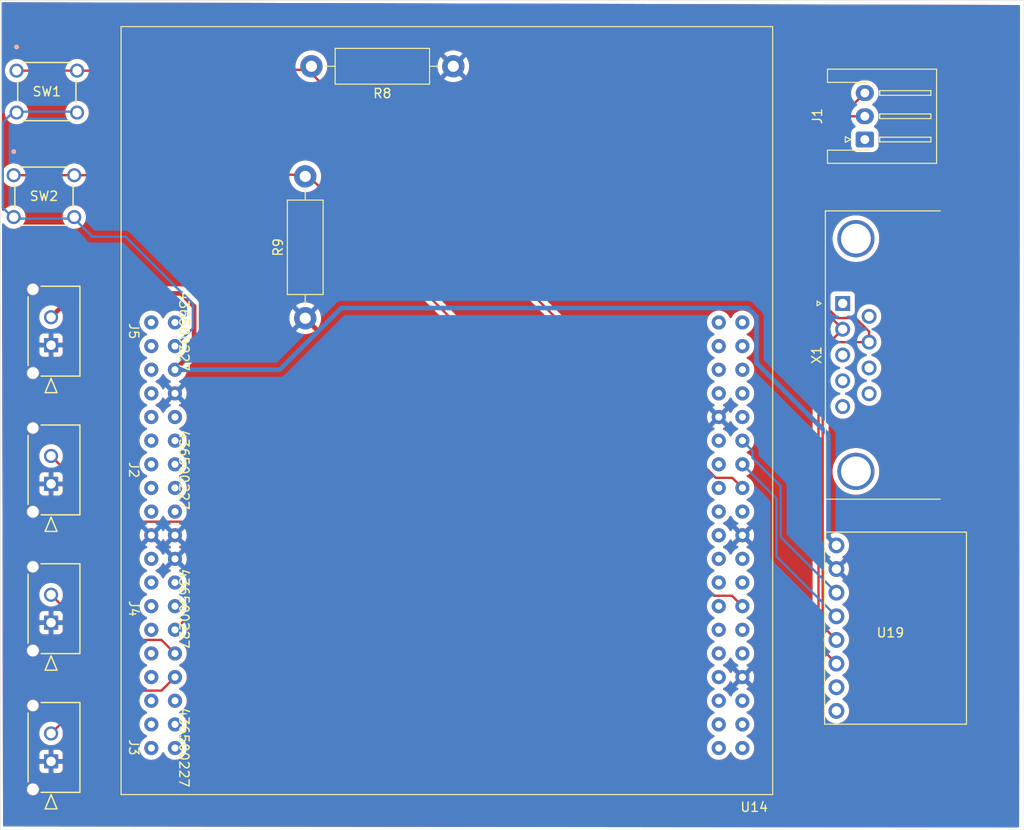
<source format=kicad_pcb>
(kicad_pcb (version 20240108) (generator "pcbnew") (generator_version "8.0")
  (layers (0 "F.Cu" signal) (31 "B.Cu" signal) (34 "B.Paste" user) (35 "F.Paste" user) (36 "B.SilkS" user "B.Silkscreen") (37 "F.SilkS" user "F.Silkscreen") (38 "B.Mask" user) (39 "F.Mask" user) (44 "Edge.Cuts" user))
  (net 0 "")
  (net 1 "GND")
  (net 2 "/ADC1_In0")
  (net 3 "/ADC1_In4")
  (net 4 "/ADC1_In1")
  (net 7 "/CAN1_TX")
  (net 15 "+3.3V")
  (net 22 "/CAN1_RX")
  (net 51 "/GPIO_Input1")
  (net 52 "/GPIO_Input2")
  (net 57 "/CAN/CAN_L")
  (net 59 "/CAN/CAN_H")
  (net 61 "+5V")
  (footprint "Connector_JST:JST_XH_S3B-XH-A-1_1x03_P2.50mm_Horizontal" (layer "F.Cu") (at 129.33 72.75 90)
    (property "Reference" "J1" (at 2.5 -5.1 -90) (layer "F.SilkS"))
    (property "Value" "Connector_JST_01x03")
    (fp_line (start 7.56 -4.01) (end 6.14 -4.01) (stroke (width 0.12)) (layer "F.SilkS"))
    (fp_line (start 6.14 -4.01) (end 6.14 0.49) (stroke (width 0.12)) (layer "F.SilkS"))
    (fp_line (start -1.14 -4.01) (end -1.14 0.49) (stroke (width 0.12)) (layer "F.SilkS"))
    (fp_line (start -2.56 -4.01) (end -1.14 -4.01) (stroke (width 0.12)) (layer "F.SilkS"))
    (fp_line (start 0.3 -2.1) (end 0 -1.5) (stroke (width 0.12)) (layer "F.SilkS"))
    (fp_line (start -0.3 -2.1) (end 0.3 -2.1) (stroke (width 0.12)) (layer "F.SilkS"))
    (fp_line (start 0 -1.5) (end -0.3 -2.1) (stroke (width 0.12)) (layer "F.SilkS"))
    (fp_line (start 5.25 1.6) (end 4.75 1.6) (stroke (width 0.12)) (layer "F.SilkS"))
    (fp_line (start 4.75 1.6) (end 4.75 7.1) (stroke (width 0.12)) (layer "F.SilkS"))
    (fp_line (start 2.75 1.6) (end 2.25 1.6) (stroke (width 0.12)) (layer "F.SilkS"))
    (fp_line (start 2.25 1.6) (end 2.25 7.1) (stroke (width 0.12)) (layer "F.SilkS"))
    (fp_line (start 0.25 1.6) (end -0.25 1.6) (stroke (width 0.12)) (layer "F.SilkS"))
    (fp_line (start -0.25 1.6) (end -0.25 7.1) (stroke (width 0.12)) (layer "F.SilkS"))
    (fp_line (start 5.25 7.1) (end 5.25 1.6) (stroke (width 0.12)) (layer "F.SilkS"))
    (fp_line (start 4.75 7.1) (end 5.25 7.1) (stroke (width 0.12)) (layer "F.SilkS"))
    (fp_line (start 2.75 7.1) (end 2.75 1.6) (stroke (width 0.12)) (layer "F.SilkS"))
    (fp_line (start 2.25 7.1) (end 2.75 7.1) (stroke (width 0.12)) (layer "F.SilkS"))
    (fp_line (start 0.25 7.1) (end 0.25 1.6) (stroke (width 0.12)) (layer "F.SilkS"))
    (fp_line (start -0.25 7.1) (end 0.25 7.1) (stroke (width 0.12)) (layer "F.SilkS"))
    (fp_line (start 7.56 7.71) (end 7.56 -4.01) (stroke (width 0.12)) (layer "F.SilkS"))
    (fp_line (start 2.5 7.71) (end 7.56 7.71) (stroke (width 0.12)) (layer "F.SilkS"))
    (fp_line (start 2.5 7.71) (end -2.56 7.71) (stroke (width 0.12)) (layer "F.SilkS"))
    (fp_line (start -2.56 7.71) (end -2.56 -4.01) (stroke (width 0.12)) (layer "F.SilkS"))
    (pad "1" thru_hole roundrect (at 0 0 90) (size 1.7 1.95) (drill 0.95) (layers "*.Cu" "*.Mask") (roundrect_rratio 0.1470588235))
    (pad "2" thru_hole oval (at 2.5 0 90) (size 1.7 1.95) (drill 0.95) (layers "*.Cu" "*.Mask") (net 59 "/CAN/CAN_H"))
    (pad "3" thru_hole oval (at 5 0 90) (size 1.7 1.95) (drill 0.95) (layers "*.Cu" "*.Mask") (net 57 "/CAN/CAN_L"))
  )
  (footprint "footprints:SW_B3F-1000_OMR" (layer "F.Cu") (at 37.897999 76.5829)
    (property "Reference" "SW2" (at 3.250001 2.250001 0) (layer "F.SilkS"))
    (property "Value" "SW_MEC_5E")
    (fp_circle (center 0 -2.54) (end 0.127 -2.54) (stroke (width 0.254)) (fill none) (layer "B.SilkS"))
    (fp_line (start 0.122999 1.079756) (end 0.122999 3.420245) (stroke (width 0.1524)) (layer "F.SilkS"))
    (fp_line (start 0.641772 5.377002) (end 5.85823 5.377002) (stroke (width 0.1524)) (layer "F.SilkS"))
    (fp_line (start 5.85823 -0.877001) (end 0.641772 -0.877001) (stroke (width 0.1524)) (layer "F.SilkS"))
    (fp_line (start 6.377003 3.420245) (end 6.377003 1.079756) (stroke (width 0.1524)) (layer "F.SilkS"))
    (fp_circle (center 0 -2.54) (end 0.127 -2.54) (stroke (width 0.254)) (fill none) (layer "F.SilkS"))
    (pad "1" thru_hole circle (at 0 0) (size 1.507998 1.507998) (drill 0.999998) (layers "*.Cu" "*.Mask") (net 52 "/GPIO_Input2"))
    (pad "2" thru_hole circle (at 6.500002 0) (size 1.507998 1.507998) (drill 0.999998) (layers "*.Cu" "*.Mask") (net 52 "/GPIO_Input2"))
    (pad "3" thru_hole circle (at 0 4.500001) (size 1.507998 1.507998) (drill 0.999998) (layers "*.Cu" "*.Mask") (net 15 "+3.3V"))
    (pad "4" thru_hole circle (at 6.500002 4.500001) (size 1.507998 1.507998) (drill 0.999998) (layers "*.Cu" "*.Mask") (net 15 "+3.3V"))
  )
  (footprint "2. Connector_Molex:CON_436500227_MOL" (layer "F.Cu") (at 41.91 94.838648 -90)
    (property "Reference" "J5" (at -1.5 -8.89 -90) (layer "F.SilkS"))
    (property "Value" "Conn_01x02_Pin")
    (fp_line (start -5.195523 2.47) (end 2.195539 2.47) (stroke (width 0.1524)) (layer "F.SilkS"))
    (fp_line (start 3.324992 1.064659) (end 3.324992 -3.099999) (stroke (width 0.1524)) (layer "F.SilkS"))
    (fp_line (start 5.102992 0.635) (end 3.578992 0) (stroke (width 0.1524)) (layer "F.SilkS"))
    (fp_line (start 3.578992 0) (end 5.102992 -0.635) (stroke (width 0.1524)) (layer "F.SilkS"))
    (fp_line (start 5.102992 -0.635) (end 5.102992 0.635) (stroke (width 0.1524)) (layer "F.SilkS"))
    (fp_line (start -6.324989 -3.099999) (end -6.324989 1.064663) (stroke (width 0.1524)) (layer "F.SilkS"))
    (fp_line (start 3.324992 -3.099999) (end -6.324989 -3.099999) (stroke (width 0.1524)) (layer "F.SilkS"))
    (fp_circle (center -6 1.95) (end -5.45 1.7) (stroke (width 0.05)) (fill none) (layer "Edge.Cuts"))
    (fp_circle (center 3 1.95) (end 3.55 1.65) (stroke (width 0.05)) (fill none) (layer "Edge.Cuts"))
    (fp_text user "436500227" (at -1.5 -14.285001 -90) (layer "F.SilkS"))
    (pad "1" thru_hole rect (at 0 0 270) (size 1.52 1.52) (drill 1.02) (layers "*.Cu" "*.Mask") (net 1 "GND"))
    (pad "2" thru_hole circle (at -2.999999 0 270) (size 1.52 1.52) (drill 1.02) (layers "*.Cu" "*.Mask") (net 61 "+5V"))
  )
  (footprint "Connector_Dsub:DSUB-9_Female_Horizontal_P2.77x2.84mm_EdgePinOffset7.70mm_Housed_MountingHolesOffset9.12mm" (layer "F.Cu") (at 126.954669 90.359669 90)
    (property "Reference" "X1" (at -5.54 -2.8 -90) (layer "F.SilkS"))
    (property "Value" "DSUB9")
    (fp_line (start 0.25 -2.754338) (end 0 -2.321325) (stroke (width 0.12)) (layer "F.SilkS"))
    (fp_line (start -0.25 -2.754338) (end 0.25 -2.754338) (stroke (width 0.12)) (layer "F.SilkS"))
    (fp_line (start 0 -2.321325) (end -0.25 -2.754338) (stroke (width 0.12)) (layer "F.SilkS"))
    (fp_line (start 9.945 -1.86) (end 9.945 10.48) (stroke (width 0.12)) (layer "F.SilkS"))
    (fp_line (start -21.025 -1.86) (end 9.945 -1.86) (stroke (width 0.12)) (layer "F.SilkS"))
    (fp_line (start -21.025 10.48) (end -21.025 -1.86) (stroke (width 0.12)) (layer "F.SilkS"))
    (pad "0" thru_hole circle (at -18.04 1.42 90) (size 4 4) (drill 3.2) (layers "*.Cu" "*.Mask"))
    (pad "0" thru_hole circle (at 6.96 1.42 90) (size 4 4) (drill 3.2) (layers "*.Cu" "*.Mask"))
    (pad "1" thru_hole rect (at 0 0 90) (size 1.6 1.6) (drill 1) (layers "*.Cu" "*.Mask"))
    (pad "2" thru_hole circle (at -2.77 0 90) (size 1.6 1.6) (drill 1) (layers "*.Cu" "*.Mask") (net 57 "/CAN/CAN_L"))
    (pad "3" thru_hole circle (at -5.54 0 90) (size 1.6 1.6) (drill 1) (layers "*.Cu" "*.Mask"))
    (pad "4" thru_hole circle (at -8.31 0 90) (size 1.6 1.6) (drill 1) (layers "*.Cu" "*.Mask"))
    (pad "5" thru_hole circle (at -11.08 0 90) (size 1.6 1.6) (drill 1) (layers "*.Cu" "*.Mask"))
    (pad "6" thru_hole circle (at -1.385 2.84 90) (size 1.6 1.6) (drill 1) (layers "*.Cu" "*.Mask"))
    (pad "7" thru_hole circle (at -4.155 2.84 90) (size 1.6 1.6) (drill 1) (layers "*.Cu" "*.Mask") (net 59 "/CAN/CAN_H"))
    (pad "8" thru_hole circle (at -6.925 2.84 90) (size 1.6 1.6) (drill 1) (layers "*.Cu" "*.Mask"))
    (pad "9" thru_hole circle (at -9.695 2.84 90) (size 1.6 1.6) (drill 1) (layers "*.Cu" "*.Mask"))
  )
  (footprint "2. Connector_Molex:CON_436500227_MOL" (layer "F.Cu") (at 41.91 139.556692 -90)
    (property "Reference" "J3" (at -1.5 -8.89 -90) (layer "F.SilkS"))
    (property "Value" "Conn_01x02_Pin")
    (fp_line (start -5.195523 2.47) (end 2.195539 2.47) (stroke (width 0.1524)) (layer "F.SilkS"))
    (fp_line (start 3.324992 1.064659) (end 3.324992 -3.099999) (stroke (width 0.1524)) (layer "F.SilkS"))
    (fp_line (start 5.102992 0.635) (end 3.578992 0) (stroke (width 0.1524)) (layer "F.SilkS"))
    (fp_line (start 3.578992 0) (end 5.102992 -0.635) (stroke (width 0.1524)) (layer "F.SilkS"))
    (fp_line (start 5.102992 -0.635) (end 5.102992 0.635) (stroke (width 0.1524)) (layer "F.SilkS"))
    (fp_line (start -6.324989 -3.099999) (end -6.324989 1.064663) (stroke (width 0.1524)) (layer "F.SilkS"))
    (fp_line (start 3.324992 -3.099999) (end -6.324989 -3.099999) (stroke (width 0.1524)) (layer "F.SilkS"))
    (fp_circle (center -6 1.95) (end -5.45 1.7) (stroke (width 0.05)) (fill none) (layer "Edge.Cuts"))
    (fp_circle (center 3 1.95) (end 3.55 1.65) (stroke (width 0.05)) (fill none) (layer "Edge.Cuts"))
    (fp_text user "436500227" (at -1.5 -14.285001 -90) (layer "F.SilkS"))
    (pad "1" thru_hole rect (at 0 0 270) (size 1.52 1.52) (drill 1.02) (layers "*.Cu" "*.Mask") (net 1 "GND"))
    (pad "2" thru_hole circle (at -2.999999 0 270) (size 1.52 1.52) (drill 1.02) (layers "*.Cu" "*.Mask") (net 3 "/ADC1_In4"))
  )
  (footprint "2. Connector_Molex:CON_436500227_MOL" (layer "F.Cu") (at 41.91 109.744662 -90)
    (property "Reference" "J2" (at -1.5 -8.89 -90) (layer "F.SilkS"))
    (property "Value" "Conn_01x02_Pin")
    (fp_line (start -5.195523 2.47) (end 2.195539 2.47) (stroke (width 0.1524)) (layer "F.SilkS"))
    (fp_line (start 3.324992 1.064659) (end 3.324992 -3.099999) (stroke (width 0.1524)) (layer "F.SilkS"))
    (fp_line (start 5.102992 0.635) (end 3.578992 0) (stroke (width 0.1524)) (layer "F.SilkS"))
    (fp_line (start 3.578992 0) (end 5.102992 -0.635) (stroke (width 0.1524)) (layer "F.SilkS"))
    (fp_line (start 5.102992 -0.635) (end 5.102992 0.635) (stroke (width 0.1524)) (layer "F.SilkS"))
    (fp_line (start -6.324989 -3.099999) (end -6.324989 1.064663) (stroke (width 0.1524)) (layer "F.SilkS"))
    (fp_line (start 3.324992 -3.099999) (end -6.324989 -3.099999) (stroke (width 0.1524)) (layer "F.SilkS"))
    (fp_circle (center -6 1.95) (end -5.45 1.7) (stroke (width 0.05)) (fill none) (layer "Edge.Cuts"))
    (fp_circle (center 3 1.95) (end 3.55 1.65) (stroke (width 0.05)) (fill none) (layer "Edge.Cuts"))
    (fp_text user "436500227" (at -1.5 -14.285001 -90) (layer "F.SilkS"))
    (pad "1" thru_hole rect (at 0 0 270) (size 1.52 1.52) (drill 1.02) (layers "*.Cu" "*.Mask") (net 1 "GND"))
    (pad "2" thru_hole circle (at -2.999999 0 270) (size 1.52 1.52) (drill 1.02) (layers "*.Cu" "*.Mask") (net 2 "/ADC1_In0"))
  )
  (footprint "BC_IC_components:CAN_TJA1051" (layer "F.Cu") (at 132.63 125.24)
    (property "Reference" "U19" (at -0.55 0.49 0) (layer "F.SilkS"))
    (property "Value" "CAN_TJA1051")
    (fp_line (start -7.62 -10.32) (end -7.62 10.32) (stroke (width 0.12)) (layer "F.SilkS"))
    (fp_line (start -7.62 10.32) (end 7.62 10.32) (stroke (width 0.12)) (layer "F.SilkS"))
    (fp_line (start 7.62 -10.32) (end -7.62 -10.32) (stroke (width 0.12)) (layer "F.SilkS"))
    (fp_line (start 7.62 10.32) (end 7.62 -10.32) (stroke (width 0.12)) (layer "F.SilkS"))
    (pad "1" thru_hole circle (at -6.35 -8.89) (size 1.7 1.7) (drill 1) (layers "*.Cu" "*.Mask") (net 61 "+5V"))
    (pad "2" thru_hole circle (at -6.35 -6.35) (size 1.7 1.7) (drill 1) (layers "*.Cu" "*.Mask") (net 1 "GND"))
    (pad "3" thru_hole circle (at -6.35 -3.81) (size 1.7 1.7) (drill 1) (layers "*.Cu" "*.Mask") (net 7 "/CAN1_TX"))
    (pad "4" thru_hole circle (at -6.35 -1.27) (size 1.7 1.7) (drill 1) (layers "*.Cu" "*.Mask") (net 22 "/CAN1_RX"))
    (pad "5" thru_hole circle (at -6.35 1.27) (size 1.7 1.7) (drill 1) (layers "*.Cu" "*.Mask") (net 59 "/CAN/CAN_H"))
    (pad "6" thru_hole circle (at -6.35 3.81) (size 1.7 1.7) (drill 1) (layers "*.Cu" "*.Mask") (net 57 "/CAN/CAN_L"))
    (pad "7" thru_hole circle (at -6.35 6.35) (size 1.7 1.7) (drill 1) (layers "*.Cu" "*.Mask"))
    (pad "8" thru_hole circle (at -6.35 8.89) (size 1.7 1.7) (drill 1) (layers "*.Cu" "*.Mask"))
  )
  (footprint "BC_STM:Main_NUCLEO-F446RE" (layer "F.Cu") (at 84.43 115.26)
    (property "Reference" "U14" (at 33.02 29.21 0) (layer "F.SilkS"))
    (property "Value" "BC_Nucleo446RE")
    (fp_line (start -35 -54.64) (end -35 27.86) (stroke (width 0.12)) (layer "F.SilkS"))
    (fp_line (start -35 27.86) (end 35 27.86) (stroke (width 0.12)) (layer "F.SilkS"))
    (fp_line (start 35 -54.64) (end -35 -54.64) (stroke (width 0.12)) (layer "F.SilkS"))
    (fp_line (start 35 27.86) (end 35 -54.64) (stroke (width 0.12)) (layer "F.SilkS"))
    (pad "1" thru_hole circle (at -31.75 -22.86) (size 1.524 1.524) (drill 0.762) (layers "*.Cu" "*.Mask"))
    (pad "2" thru_hole circle (at -29.21 -22.86) (size 1.524 1.524) (drill 0.762) (layers "*.Cu" "*.Mask"))
    (pad "3" thru_hole circle (at -31.75 -20.32) (size 1.524 1.524) (drill 0.762) (layers "*.Cu" "*.Mask"))
    (pad "4" thru_hole circle (at -29.21 -20.32) (size 1.524 1.524) (drill 0.762) (layers "*.Cu" "*.Mask") (net 15 "+3.3V"))
    (pad "5" thru_hole circle (at -31.75 -17.78) (size 1.524 1.524) (drill 0.762) (layers "*.Cu" "*.Mask"))
    (pad "6" thru_hole circle (at -29.21 -17.78) (size 1.524 1.524) (drill 0.762) (layers "*.Cu" "*.Mask") (net 61 "+5V"))
    (pad "7" thru_hole circle (at -31.75 -15.24) (size 1.524 1.524) (drill 0.762) (layers "*.Cu" "*.Mask"))
    (pad "8" thru_hole circle (at -29.21 -15.24) (size 1.524 1.524) (drill 0.762) (layers "*.Cu" "*.Mask") (net 1 "GND"))
    (pad "9" thru_hole circle (at -31.75 -12.7) (size 1.524 1.524) (drill 0.762) (layers "*.Cu" "*.Mask"))
    (pad "10" thru_hole circle (at -29.21 -12.7) (size 1.524 1.524) (drill 0.762) (layers "*.Cu" "*.Mask"))
    (pad "11" thru_hole circle (at -31.75 -10.16) (size 1.524 1.524) (drill 0.762) (layers "*.Cu" "*.Mask"))
    (pad "12" thru_hole circle (at -29.21 -10.16) (size 1.524 1.524) (drill 0.762) (layers "*.Cu" "*.Mask"))
    (pad "13" thru_hole circle (at -31.75 -7.62) (size 1.524 1.524) (drill 0.762) (layers "*.Cu" "*.Mask"))
    (pad "14" thru_hole circle (at -29.21 -7.62) (size 1.524 1.524) (drill 0.762) (layers "*.Cu" "*.Mask"))
    (pad "15" thru_hole circle (at -31.75 -5.08) (size 1.524 1.524) (drill 0.762) (layers "*.Cu" "*.Mask"))
    (pad "16" thru_hole circle (at -29.21 -5.08) (size 1.524 1.524) (drill 0.762) (layers "*.Cu" "*.Mask"))
    (pad "17" thru_hole circle (at -31.75 -2.54) (size 1.524 1.524) (drill 0.762) (layers "*.Cu" "*.Mask"))
    (pad "18" thru_hole circle (at -29.21 -2.54) (size 1.524 1.524) (drill 0.762) (layers "*.Cu" "*.Mask"))
    (pad "19" thru_hole circle (at -31.75 0) (size 1.524 1.524) (drill 0.762) (layers "*.Cu" "*.Mask") (net 1 "GND"))
    (pad "20" thru_hole circle (at -29.21 0) (size 1.524 1.524) (drill 0.762) (layers "*.Cu" "*.Mask") (net 1 "GND"))
    (pad "21" thru_hole circle (at -31.75 2.54) (size 1.524 1.524) (drill 0.762) (layers "*.Cu" "*.Mask"))
    (pad "22" thru_hole circle (at -29.21 2.54) (size 1.524 1.524) (drill 0.762) (layers "*.Cu" "*.Mask") (net 1 "GND"))
    (pad "23" thru_hole circle (at -31.75 5.08) (size 1.524 1.524) (drill 0.762) (layers "*.Cu" "*.Mask"))
    (pad "24" thru_hole circle (at -29.21 5.08) (size 1.524 1.524) (drill 0.762) (layers "*.Cu" "*.Mask"))
    (pad "25" thru_hole circle (at -31.75 7.62) (size 1.524 1.524) (drill 0.762) (layers "*.Cu" "*.Mask"))
    (pad "26" thru_hole circle (at -29.21 7.62) (size 1.524 1.524) (drill 0.762) (layers "*.Cu" "*.Mask"))
    (pad "27" thru_hole circle (at -31.75 10.16) (size 1.524 1.524) (drill 0.762) (layers "*.Cu" "*.Mask"))
    (pad "28" thru_hole circle (at -29.21 10.16) (size 1.524 1.524) (drill 0.762) (layers "*.Cu" "*.Mask") (net 2 "/ADC1_In0"))
    (pad "29" thru_hole circle (at -31.75 12.7) (size 1.524 1.524) (drill 0.762) (layers "*.Cu" "*.Mask"))
    (pad "30" thru_hole circle (at -29.21 12.7) (size 1.524 1.524) (drill 0.762) (layers "*.Cu" "*.Mask") (net 4 "/ADC1_In1"))
    (pad "31" thru_hole circle (at -31.75 15.24) (size 1.524 1.524) (drill 0.762) (layers "*.Cu" "*.Mask"))
    (pad "32" thru_hole circle (at -29.21 15.24) (size 1.524 1.524) (drill 0.762) (layers "*.Cu" "*.Mask") (net 3 "/ADC1_In4"))
    (pad "33" thru_hole circle (at -31.75 17.78) (size 1.524 1.524) (drill 0.762) (layers "*.Cu" "*.Mask"))
    (pad "34" thru_hole circle (at -29.21 17.78) (size 1.524 1.524) (drill 0.762) (layers "*.Cu" "*.Mask"))
    (pad "35" thru_hole circle (at -31.75 20.32) (size 1.524 1.524) (drill 0.762) (layers "*.Cu" "*.Mask"))
    (pad "36" thru_hole circle (at -29.21 20.32) (size 1.524 1.524) (drill 0.762) (layers "*.Cu" "*.Mask"))
    (pad "37" thru_hole circle (at -31.75 22.86) (size 1.524 1.524) (drill 0.762) (layers "*.Cu" "*.Mask"))
    (pad "38" thru_hole circle (at -29.21 22.86) (size 1.524 1.524) (drill 0.762) (layers "*.Cu" "*.Mask"))
    (pad "39" thru_hole circle (at 29.21 -22.86) (size 1.524 1.524) (drill 0.762) (layers "*.Cu" "*.Mask"))
    (pad "40" thru_hole circle (at 31.75 -22.86) (size 1.524 1.524) (drill 0.762) (layers "*.Cu" "*.Mask"))
    (pad "41" thru_hole circle (at 29.21 -20.32) (size 1.524 1.524) (drill 0.762) (layers "*.Cu" "*.Mask"))
    (pad "42" thru_hole circle (at 31.75 -20.32) (size 1.524 1.524) (drill 0.762) (layers "*.Cu" "*.Mask"))
    (pad "43" thru_hole circle (at 29.21 -17.78) (size 1.524 1.524) (drill 0.762) (layers "*.Cu" "*.Mask"))
    (pad "44" thru_hole circle (at 31.75 -17.78) (size 1.524 1.524) (drill 0.762) (layers "*.Cu" "*.Mask"))
    (pad "45" thru_hole circle (at 29.21 -15.24) (size 1.524 1.524) (drill 0.762) (layers "*.Cu" "*.Mask"))
    (pad "46" thru_hole circle (at 31.75 -15.24) (size 1.524 1.524) (drill 0.762) (layers "*.Cu" "*.Mask"))
    (pad "47" thru_hole circle (at 29.21 -12.7) (size 1.524 1.524) (drill 0.762) (layers "*.Cu" "*.Mask") (net 1 "GND"))
    (pad "48" thru_hole circle (at 31.75 -12.7) (size 1.524 1.524) (drill 0.762) (layers "*.Cu" "*.Mask"))
    (pad "49" thru_hole circle (at 29.21 -10.16) (size 1.524 1.524) (drill 0.762) (layers "*.Cu" "*.Mask"))
    (pad "50" thru_hole circle (at 31.75 -10.16) (size 1.524 1.524) (drill 0.762) (layers "*.Cu" "*.Mask") (net 7 "/CAN1_TX"))
    (pad "51" thru_hole circle (at 29.21 -7.62) (size 1.524 1.524) (drill 0.762) (layers "*.Cu" "*.Mask"))
    (pad "52" thru_hole circle (at 31.75 -7.62) (size 1.524 1.524) (drill 0.762) (layers "*.Cu" "*.Mask") (net 22 "/CAN1_RX"))
    (pad "53" thru_hole circle (at 29.21 -5.08) (size 1.524 1.524) (drill 0.762) (layers "*.Cu" "*.Mask"))
    (pad "54" thru_hole circle (at 31.75 -5.08) (size 1.524 1.524) (drill 0.762) (layers "*.Cu" "*.Mask") (net 51 "/GPIO_Input1"))
    (pad "55" thru_hole circle (at 29.21 -2.54) (size 1.524 1.524) (drill 0.762) (layers "*.Cu" "*.Mask"))
    (pad "56" thru_hole circle (at 31.75 -2.54) (size 1.524 1.524) (drill 0.762) (layers "*.Cu" "*.Mask"))
    (pad "57" thru_hole circle (at 29.21 0) (size 1.524 1.524) (drill 0.762) (layers "*.Cu" "*.Mask"))
    (pad "58" thru_hole circle (at 31.75 0) (size 1.524 1.524) (drill 0.762) (layers "*.Cu" "*.Mask") (net 1 "GND"))
    (pad "59" thru_hole circle (at 29.21 2.54) (size 1.524 1.524) (drill 0.762) (layers "*.Cu" "*.Mask"))
    (pad "60" thru_hole circle (at 31.75 2.54) (size 1.524 1.524) (drill 0.762) (layers "*.Cu" "*.Mask"))
    (pad "61" thru_hole circle (at 29.21 5.08) (size 1.524 1.524) (drill 0.762) (layers "*.Cu" "*.Mask"))
    (pad "62" thru_hole circle (at 31.75 5.08) (size 1.524 1.524) (drill 0.762) (layers "*.Cu" "*.Mask"))
    (pad "63" thru_hole circle (at 29.21 7.62) (size 1.524 1.524) (drill 0.762) (layers "*.Cu" "*.Mask"))
    (pad "64" thru_hole circle (at 31.75 7.62) (size 1.524 1.524) (drill 0.762) (layers "*.Cu" "*.Mask") (net 52 "/GPIO_Input2"))
    (pad "65" thru_hole circle (at 29.21 10.16) (size 1.524 1.524) (drill 0.762) (layers "*.Cu" "*.Mask"))
    (pad "66" thru_hole circle (at 31.75 10.16) (size 1.524 1.524) (drill 0.762) (layers "*.Cu" "*.Mask"))
    (pad "67" thru_hole circle (at 29.21 12.7) (size 1.524 1.524) (drill 0.762) (layers "*.Cu" "*.Mask"))
    (pad "68" thru_hole circle (at 31.75 12.7) (size 1.524 1.524) (drill 0.762) (layers "*.Cu" "*.Mask"))
    (pad "69" thru_hole circle (at 29.21 15.24) (size 1.524 1.524) (drill 0.762) (layers "*.Cu" "*.Mask"))
    (pad "70" thru_hole circle (at 31.75 15.24) (size 1.524 1.524) (drill 0.762) (layers "*.Cu" "*.Mask") (net 1 "GND"))
    (pad "71" thru_hole circle (at 29.21 17.78) (size 1.524 1.524) (drill 0.762) (layers "*.Cu" "*.Mask"))
    (pad "72" thru_hole circle (at 31.75 17.78) (size 1.524 1.524) (drill 0.762) (layers "*.Cu" "*.Mask"))
    (pad "73" thru_hole circle (at 29.21 20.32) (size 1.524 1.524) (drill 0.762) (layers "*.Cu" "*.Mask"))
    (pad "74" thru_hole circle (at 31.75 20.32) (size 1.524 1.524) (drill 0.762) (layers "*.Cu" "*.Mask"))
    (pad "75" thru_hole circle (at 29.21 22.86) (size 1.524 1.524) (drill 0.762) (layers "*.Cu" "*.Mask"))
    (pad "76" thru_hole circle (at 31.75 22.86) (size 1.524 1.524) (drill 0.762) (layers "*.Cu" "*.Mask"))
  )
  (footprint "Resistor_THT:R_Axial_DIN0411_L9.9mm_D3.6mm_P15.24mm_Horizontal" (layer "F.Cu") (at 69.215 91.948 90)
    (property "Reference" "R9" (at 7.62 -2.92 90) (layer "F.SilkS"))
    (property "Value" "10k")
    (fp_line (start 12.69 -1.92) (end 2.55 -1.92) (stroke (width 0.12)) (layer "F.SilkS"))
    (fp_line (start 2.55 -1.92) (end 2.55 1.92) (stroke (width 0.12)) (layer "F.SilkS"))
    (fp_line (start 13.8 0) (end 12.69 0) (stroke (width 0.12)) (layer "F.SilkS"))
    (fp_line (start 1.44 0) (end 2.55 0) (stroke (width 0.12)) (layer "F.SilkS"))
    (fp_line (start 12.69 1.92) (end 12.69 -1.92) (stroke (width 0.12)) (layer "F.SilkS"))
    (fp_line (start 2.55 1.92) (end 12.69 1.92) (stroke (width 0.12)) (layer "F.SilkS"))
    (pad "1" thru_hole circle (at 0 0 90) (size 2.4 2.4) (drill 1.2) (layers "*.Cu" "*.Mask") (net 1 "GND"))
    (pad "2" thru_hole oval (at 15.24 0 90) (size 2.4 2.4) (drill 1.2) (layers "*.Cu" "*.Mask") (net 52 "/GPIO_Input2"))
  )
  (footprint "2. Connector_Molex:CON_436500227_MOL" (layer "F.Cu") (at 41.91 124.650676 -90)
    (property "Reference" "J4" (at -1.5 -8.89 -90) (layer "F.SilkS"))
    (property "Value" "Conn_01x02_Pin")
    (fp_line (start -5.195523 2.47) (end 2.195539 2.47) (stroke (width 0.1524)) (layer "F.SilkS"))
    (fp_line (start 3.324992 1.064659) (end 3.324992 -3.099999) (stroke (width 0.1524)) (layer "F.SilkS"))
    (fp_line (start 5.102992 0.635) (end 3.578992 0) (stroke (width 0.1524)) (layer "F.SilkS"))
    (fp_line (start 3.578992 0) (end 5.102992 -0.635) (stroke (width 0.1524)) (layer "F.SilkS"))
    (fp_line (start 5.102992 -0.635) (end 5.102992 0.635) (stroke (width 0.1524)) (layer "F.SilkS"))
    (fp_line (start -6.324989 -3.099999) (end -6.324989 1.064663) (stroke (width 0.1524)) (layer "F.SilkS"))
    (fp_line (start 3.324992 -3.099999) (end -6.324989 -3.099999) (stroke (width 0.1524)) (layer "F.SilkS"))
    (fp_circle (center -6 1.95) (end -5.45 1.7) (stroke (width 0.05)) (fill none) (layer "Edge.Cuts"))
    (fp_circle (center 3 1.95) (end 3.55 1.65) (stroke (width 0.05)) (fill none) (layer "Edge.Cuts"))
    (fp_text user "436500227" (at -1.5 -14.285001 -90) (layer "F.SilkS"))
    (pad "1" thru_hole rect (at 0 0 270) (size 1.52 1.52) (drill 1.02) (layers "*.Cu" "*.Mask") (net 1 "GND"))
    (pad "2" thru_hole circle (at -2.999999 0 270) (size 1.52 1.52) (drill 1.02) (layers "*.Cu" "*.Mask") (net 4 "/ADC1_In1"))
  )
  (footprint "footprints:SW_B3F-1000_OMR" (layer "F.Cu") (at 38.203998 65.349999)
    (property "Reference" "SW1" (at 3.250001 2.250001 0) (layer "F.SilkS"))
    (property "Value" "SW_MEC_5E")
    (fp_circle (center 0 -2.54) (end 0.127 -2.54) (stroke (width 0.254)) (fill none) (layer "B.SilkS"))
    (fp_line (start 0.122999 1.079756) (end 0.122999 3.420245) (stroke (width 0.1524)) (layer "F.SilkS"))
    (fp_line (start 0.641772 5.377002) (end 5.85823 5.377002) (stroke (width 0.1524)) (layer "F.SilkS"))
    (fp_line (start 5.85823 -0.877001) (end 0.641772 -0.877001) (stroke (width 0.1524)) (layer "F.SilkS"))
    (fp_line (start 6.377003 3.420245) (end 6.377003 1.079756) (stroke (width 0.1524)) (layer "F.SilkS"))
    (fp_circle (center 0 -2.54) (end 0.127 -2.54) (stroke (width 0.254)) (fill none) (layer "F.SilkS"))
    (pad "1" thru_hole circle (at 0 0) (size 1.507998 1.507998) (drill 0.999998) (layers "*.Cu" "*.Mask") (net 51 "/GPIO_Input1"))
    (pad "2" thru_hole circle (at 6.500002 0) (size 1.507998 1.507998) (drill 0.999998) (layers "*.Cu" "*.Mask") (net 51 "/GPIO_Input1"))
    (pad "3" thru_hole circle (at 0 4.500001) (size 1.507998 1.507998) (drill 0.999998) (layers "*.Cu" "*.Mask") (net 15 "+3.3V"))
    (pad "4" thru_hole circle (at 6.500002 4.500001) (size 1.507998 1.507998) (drill 0.999998) (layers "*.Cu" "*.Mask") (net 15 "+3.3V"))
  )
  (footprint "Resistor_THT:R_Axial_DIN0411_L9.9mm_D3.6mm_P15.24mm_Horizontal" (layer "F.Cu") (at 85.12 64.88 180)
    (property "Reference" "R8" (at 7.62 -2.92 180) (layer "F.SilkS"))
    (property "Value" "10k")
    (fp_line (start 13.8 0) (end 12.69 0) (stroke (width 0.12)) (layer "F.SilkS"))
    (fp_line (start 12.69 1.92) (end 12.69 -1.92) (stroke (width 0.12)) (layer "F.SilkS"))
    (fp_line (start 12.69 -1.92) (end 2.55 -1.92) (stroke (width 0.12)) (layer "F.SilkS"))
    (fp_line (start 2.55 1.92) (end 12.69 1.92) (stroke (width 0.12)) (layer "F.SilkS"))
    (fp_line (start 2.55 -1.92) (end 2.55 1.92) (stroke (width 0.12)) (layer "F.SilkS"))
    (fp_line (start 1.44 0) (end 2.55 0) (stroke (width 0.12)) (layer "F.SilkS"))
    (pad "1" thru_hole circle (at 0 0 180) (size 2.4 2.4) (drill 1.2) (layers "*.Cu" "*.Mask") (net 1 "GND"))
    (pad "2" thru_hole oval (at 15.24 0 180) (size 2.4 2.4) (drill 1.2) (layers "*.Cu" "*.Mask") (net 51 "/GPIO_Input1"))
  )
  (gr_rect (start 36.449 57.785) (end 146.431 146.939) (stroke (width 0.05)) (fill none) (layer "Edge.Cuts"))
  (segment (start 48.972337 113.807) (end 56.784 113.807) (width 0.25) (layer "F.Cu") (net 2))
  (segment (start 57.023 114.046) (end 57.023 123.617) (width 0.25) (layer "F.Cu") (net 2))
  (segment (start 57.023 123.617) (end 55.22 125.42) (width 0.25) (layer "F.Cu") (net 2))
  (segment (start 41.91 106.744663) (end 48.972337 113.807) (width 0.25) (layer "F.Cu") (net 2))
  (segment (start 56.784 113.807) (end 57.023 114.046) (width 0.25) (layer "F.Cu") (net 2))
  (segment (start 41.91 136.556693) (end 46.513693 131.953) (width 0.25) (layer "F.Cu") (net 3))
  (segment (start 46.513693 131.953) (end 53.767 131.953) (width 0.25) (layer "F.Cu") (net 3))
  (segment (start 53.767 131.953) (end 55.22 130.5) (width 0.25) (layer "F.Cu") (net 3))
  (segment (start 53.767 126.507) (end 55.22 127.96) (width 0.25) (layer "F.Cu") (net 4))
  (segment (start 46.766323 126.507) (end 53.767 126.507) (width 0.25) (layer "F.Cu") (net 4))
  (segment (start 41.91 121.650677) (end 46.766323 126.507) (width 0.25) (layer "F.Cu") (net 4))
  (segment (start 117.267 106.187) (end 117.267 106.957) (width 0.25) (layer "B.Cu") (net 7))
  (segment (start 120.29 115.44) (end 126.28 121.43) (width 0.25) (layer "B.Cu") (net 7))
  (segment (start 120.29 109.98) (end 120.29 115.44) (width 0.25) (layer "B.Cu") (net 7))
  (segment (start 116.18 105.1) (end 117.267 106.187) (width 0.25) (layer "B.Cu") (net 7))
  (segment (start 117.267 106.957) (end 120.29 109.98) (width 0.25) (layer "B.Cu") (net 7))
  (segment (start 44.398 81.244) (end 46.228 83.074) (width 0.25) (layer "B.Cu") (net 15))
  (segment (start 46.228 83.074) (end 46.228 83.185) (width 0.25) (layer "B.Cu") (net 15))
  (segment (start 49.911 83.185) (end 57.15 90.424) (width 0.25) (layer "B.Cu") (net 15))
  (segment (start 37.88 69.753) (end 44.38 69.753) (width 0.25) (layer "B.Cu") (net 15))
  (segment (start 57.15 90.424) (end 57.15 93.01) (width 0.25) (layer "B.Cu") (net 15))
  (segment (start 37.898 81.244) (end 44.398 81.244) (width 0.25) (layer "B.Cu") (net 15))
  (segment (start 46.228 83.185) (end 49.911 83.185) (width 0.25) (layer "B.Cu") (net 15))
  (segment (start 57.15 93.01) (end 55.22 94.94) (width 0.25) (layer "B.Cu") (net 15))
  (segment (start 36.723 70.91) (end 36.723 80.069) (width 0.25) (layer "B.Cu") (net 15))
  (segment (start 36.723 80.069) (end 37.898 81.244) (width 0.25) (layer "B.Cu") (net 15))
  (segment (start 37.88 69.753) (end 36.723 70.91) (width 0.25) (layer "B.Cu") (net 15))
  (segment (start 126.28 123.97) (end 119.84 117.53) (width 0.25) (layer "B.Cu") (net 22))
  (segment (start 119.84 117.53) (end 119.84 111.3) (width 0.25) (layer "B.Cu") (net 22))
  (segment (start 119.84 111.3) (end 116.18 107.64) (width 0.25) (layer "B.Cu") (net 22))
  (segment (start 69.4885 65.2585) (end 113.323 109.093) (width 0.25) (layer "F.Cu") (net 51))
  (segment (start 49.2245 65.2585) (end 49.128 65.355) (width 0.25) (layer "F.Cu") (net 51))
  (segment (start 113.323 109.093) (end 115.093 109.093) (width 0.25) (layer "F.Cu") (net 51))
  (segment (start 69.4885 65.2585) (end 49.2245 65.2585) (width 0.25) (layer "F.Cu") (net 51))
  (segment (start 47.35 65.355) (end 44.709001 65.355) (width 0.25) (layer "F.Cu") (net 51))
  (segment (start 49.128 65.355) (end 47.35 65.355) (width 0.25) (layer "F.Cu") (net 51))
  (segment (start 69.483 65.253) (end 69.4885 65.2585) (width 0.25) (layer "F.Cu") (net 51))
  (segment (start 44.709001 65.355) (end 44.704 65.349999) (width 0.25) (layer "F.Cu") (net 51))
  (segment (start 115.093 109.093) (end 116.18 110.18) (width 0.25) (layer "F.Cu") (net 51))
  (segment (start 38.203998 65.349999) (end 44.704 65.349999) (width 0.25) (layer "F.Cu") (net 51))
  (segment (start 69.431 76.531) (end 73.158 80.258) (width 0.25) (layer "F.Cu") (net 52))
  (segment (start 47.498 76.531) (end 69.431 76.531) (width 0.25) (layer "F.Cu") (net 52))
  (segment (start 73.158 80.258) (end 111.07 118.170001) (width 0.25) (layer "F.Cu") (net 52))
  (segment (start 115.06 121.76) (end 116.18 122.88) (width 0.25) (layer "F.Cu") (net 52))
  (segment (start 113.15 121.76) (end 115.06 121.76) (width 0.25) (layer "F.Cu") (net 52))
  (segment (start 37.897999 76.5829) (end 44.398001 76.5829) (width 0.25) (layer "F.Cu") (net 52))
  (segment (start 111.07 119.68) (end 113.15 121.76) (width 0.25) (layer "F.Cu") (net 52))
  (segment (start 111.07 118.170001) (end 111.07 119.68) (width 0.25) (layer "F.Cu") (net 52))
  (segment (start 47.4461 76.5829) (end 47.498 76.531) (width 0.25) (layer "F.Cu") (net 52))
  (segment (start 73.059999 80.16) (end 73.158 80.258) (width 0.25) (layer "F.Cu") (net 52))
  (segment (start 44.398001 76.5829) (end 47.4461 76.5829) (width 0.25) (layer "F.Cu") (net 52))
  (segment (start 124.08 90.255) (end 126.954669 93.129669) (width 0.25) (layer "F.Cu") (net 57))
  (segment (start 124.08 73) (end 124.08 90.255) (width 0.25) (layer "F.Cu") (net 57))
  (segment (start 124.355 95.729338) (end 126.954669 93.129669) (width 0.25) (layer "F.Cu") (net 57))
  (segment (start 126.28 129.05) (end 124.355 127.125) (width 0.25) (layer "F.Cu") (net 57))
  (segment (start 124.355 127.125) (end 124.355 95.729338) (width 0.25) (layer "F.Cu") (net 57))
  (segment (start 126.99 93.165) (end 126.954669 93.129669) (width 0.25) (layer "F.Cu") (net 57))
  (segment (start 129.33 67.75) (end 124.08 73) (width 0.25) (layer "F.Cu") (net 57))
  (segment (start 126.390698 91.929302) (end 125.01 90.548604) (width 0.25) (layer "F.Cu") (net 59))
  (segment (start 128.340672 91.929302) (end 126.390698 91.929302) (width 0.25) (layer "F.Cu") (net 59))
  (segment (start 125.01 90.548604) (end 125.01 73.02) (width 0.25) (layer "F.Cu") (net 59))
  (segment (start 125.01 73.02) (end 127.78 70.25) (width 0.25) (layer "F.Cu") (net 59))
  (segment (start 126.210734 94.51) (end 126.84 94.51) (width 0.25) (layer "F.Cu") (net 59))
  (segment (start 126.84 94.51) (end 126.844669 94.514669) (width 0.25) (layer "F.Cu") (net 59))
  (segment (start 127.78 70.25) (end 129.33 70.25) (width 0.25) (layer "F.Cu") (net 59))
  (segment (start 124.805 125.035) (end 124.805 95.915734) (width 0.25) (layer "F.Cu") (net 59))
  (segment (start 129.794669 93.383299) (end 128.340672 91.929302) (width 0.25) (layer "F.Cu") (net 59))
  (segment (start 126.28 126.51) (end 124.805 125.035) (width 0.25) (layer "F.Cu") (net 59))
  (segment (start 129.794669 94.514669) (end 129.794669 93.383299) (width 0.25) (layer "F.Cu") (net 59))
  (segment (start 126.844669 94.514669) (end 129.794669 94.514669) (width 0.25) (layer "F.Cu") (net 59))
  (segment (start 124.805 95.915734) (end 126.210734 94.51) (width 0.25) (layer "F.Cu") (net 59))
  (segment (start 57.277 90.678) (end 57.277 95.423) (width 0.5) (layer "F.Cu") (net 61))
  (segment (start 44.467649 89.281) (end 55.88 89.281) (width 0.5) (layer "F.Cu") (net 61))
  (segment (start 55.88 89.281) (end 57.277 90.678) (width 0.5) (layer "F.Cu") (net 61))
  (segment (start 57.277 95.423) (end 55.22 97.48) (width 0.5) (layer "F.Cu") (net 61))
  (segment (start 41.91 91.838649) (end 44.467649 89.281) (width 0.5) (layer "F.Cu") (net 61))
  (segment (start 116.768291 90.85) (end 73.1 90.85) (width 0.5) (layer "B.Cu") (net 61))
  (segment (start 117.692 91.773709) (end 116.768291 90.85) (width 0.5) (layer "B.Cu") (net 61))
  (segment (start 117.692 96.741999) (end 117.692 91.773709) (width 0.5) (layer "B.Cu") (net 61))
  (segment (start 66.47 97.48) (end 55.22 97.48) (width 0.5) (layer "B.Cu") (net 61))
  (segment (start 125.43 104.479999) (end 117.692 96.741999) (width 0.5) (layer "B.Cu") (net 61))
  (segment (start 126.28 116.35) (end 125.43 115.5) (width 0.5) (layer "B.Cu") (net 61))
  (segment (start 73.1 90.85) (end 66.47 97.48) (width 0.5) (layer "B.Cu") (net 61))
  (segment (start 125.43 115.5) (end 125.43 104.479999) (width 0.5) (layer "B.Cu") (net 61))
  (zone (net 1) (net_name "GND") (layer "F.Cu") (connect_pads (clearance 0.508)) (min_thickness 0.25) (fill yes (thermal_gap 0.5) (thermal_bridge_width 0.5))
    (polygon (pts (xy 36.6 58) (xy 36.75 146.55) (xy 145.9 146.65) (xy 146 58.3)))
  )
  (zone (net 1) (net_name "GND") (layer "B.Cu") (priority 1) (connect_pads (clearance 0.508)) (min_thickness 0.25) (fill yes (thermal_gap 0.5) (thermal_bridge_width 0.5))
    (polygon (pts (xy 36.6 58) (xy 36.75 146.55) (xy 145.9 146.65) (xy 146 58.3)))
  )
)
</source>
